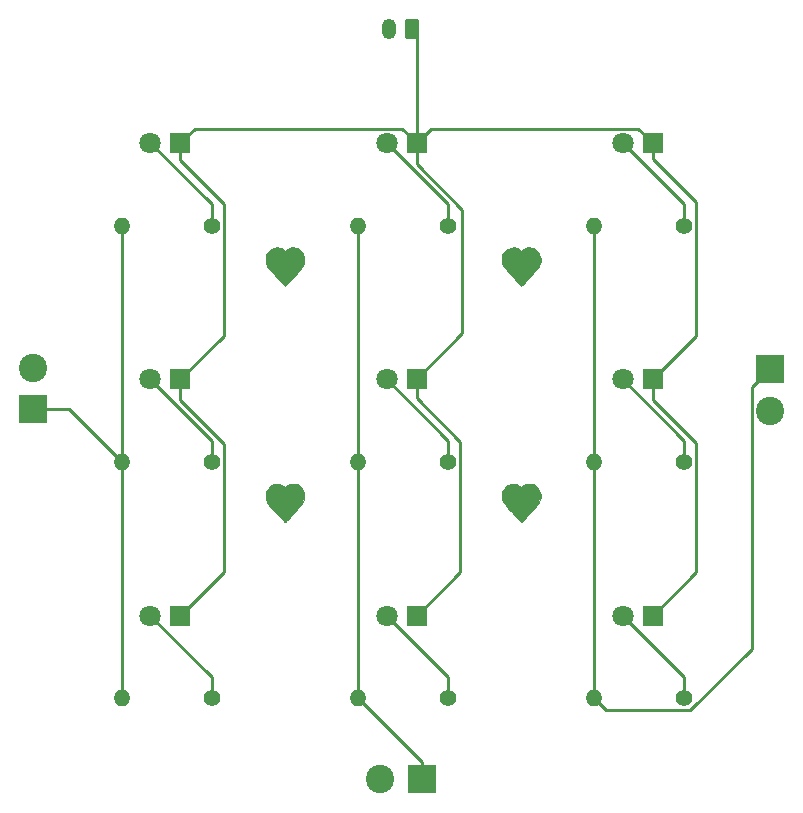
<source format=gtl>
%TF.GenerationSoftware,KiCad,Pcbnew,(5.99.0-9607-gdb88c0fa61)*%
%TF.CreationDate,2021-05-11T21:43:53-07:00*%
%TF.ProjectId,hugo_board,6875676f-5f62-46f6-9172-642e6b696361,rev?*%
%TF.SameCoordinates,Original*%
%TF.FileFunction,Copper,L1,Top*%
%TF.FilePolarity,Positive*%
%FSLAX46Y46*%
G04 Gerber Fmt 4.6, Leading zero omitted, Abs format (unit mm)*
G04 Created by KiCad (PCBNEW (5.99.0-9607-gdb88c0fa61)) date 2021-05-11 21:43:53*
%MOMM*%
%LPD*%
G01*
G04 APERTURE LIST*
G04 Aperture macros list*
%AMRoundRect*
0 Rectangle with rounded corners*
0 $1 Rounding radius*
0 $2 $3 $4 $5 $6 $7 $8 $9 X,Y pos of 4 corners*
0 Add a 4 corners polygon primitive as box body*
4,1,4,$2,$3,$4,$5,$6,$7,$8,$9,$2,$3,0*
0 Add four circle primitives for the rounded corners*
1,1,$1+$1,$2,$3*
1,1,$1+$1,$4,$5*
1,1,$1+$1,$6,$7*
1,1,$1+$1,$8,$9*
0 Add four rect primitives between the rounded corners*
20,1,$1+$1,$2,$3,$4,$5,0*
20,1,$1+$1,$4,$5,$6,$7,0*
20,1,$1+$1,$6,$7,$8,$9,0*
20,1,$1+$1,$8,$9,$2,$3,0*%
G04 Aperture macros list end*
%TA.AperFunction,EtchedComponent*%
%ADD10C,0.010000*%
%TD*%
%TA.AperFunction,ComponentPad*%
%ADD11R,1.800000X1.800000*%
%TD*%
%TA.AperFunction,ComponentPad*%
%ADD12C,1.800000*%
%TD*%
%TA.AperFunction,ComponentPad*%
%ADD13C,1.400000*%
%TD*%
%TA.AperFunction,ComponentPad*%
%ADD14O,1.400000X1.400000*%
%TD*%
%TA.AperFunction,ComponentPad*%
%ADD15R,2.400000X2.400000*%
%TD*%
%TA.AperFunction,ComponentPad*%
%ADD16C,2.400000*%
%TD*%
%TA.AperFunction,ComponentPad*%
%ADD17RoundRect,0.250000X0.350000X0.625000X-0.350000X0.625000X-0.350000X-0.625000X0.350000X-0.625000X0*%
%TD*%
%TA.AperFunction,ComponentPad*%
%ADD18O,1.200000X1.750000*%
%TD*%
%TA.AperFunction,Conductor*%
%ADD19C,0.250000*%
%TD*%
G04 APERTURE END LIST*
D10*
%TO.C,Ref\u002A\u002A*%
X162008147Y-93740510D02*
X162178178Y-93798847D01*
X162178178Y-93798847D02*
X162329499Y-93887063D01*
X162329499Y-93887063D02*
X162384814Y-93932195D01*
X162384814Y-93932195D02*
X162472232Y-94011172D01*
X162472232Y-94011172D02*
X162559650Y-93932195D01*
X162559650Y-93932195D02*
X162699995Y-93832347D01*
X162699995Y-93832347D02*
X162863470Y-93761126D01*
X162863470Y-93761126D02*
X163039522Y-93721519D01*
X163039522Y-93721519D02*
X163217597Y-93716513D01*
X163217597Y-93716513D02*
X163290285Y-93725418D01*
X163290285Y-93725418D02*
X163481957Y-93778565D01*
X163481957Y-93778565D02*
X163654066Y-93866671D01*
X163654066Y-93866671D02*
X163803634Y-93985744D01*
X163803634Y-93985744D02*
X163927680Y-94131791D01*
X163927680Y-94131791D02*
X164023225Y-94300822D01*
X164023225Y-94300822D02*
X164087289Y-94488843D01*
X164087289Y-94488843D02*
X164116891Y-94691864D01*
X164116891Y-94691864D02*
X164116129Y-94831746D01*
X164116129Y-94831746D02*
X164083987Y-95048959D01*
X164083987Y-95048959D02*
X164017306Y-95242946D01*
X164017306Y-95242946D02*
X163945495Y-95371496D01*
X163945495Y-95371496D02*
X163920750Y-95402991D01*
X163920750Y-95402991D02*
X163871741Y-95460586D01*
X163871741Y-95460586D02*
X163801778Y-95540647D01*
X163801778Y-95540647D02*
X163714170Y-95639538D01*
X163714170Y-95639538D02*
X163612229Y-95753626D01*
X163612229Y-95753626D02*
X163499263Y-95879276D01*
X163499263Y-95879276D02*
X163378582Y-96012851D01*
X163378582Y-96012851D02*
X163253497Y-96150719D01*
X163253497Y-96150719D02*
X163127317Y-96289244D01*
X163127317Y-96289244D02*
X163003353Y-96424791D01*
X163003353Y-96424791D02*
X162884914Y-96553726D01*
X162884914Y-96553726D02*
X162775310Y-96672414D01*
X162775310Y-96672414D02*
X162677852Y-96777219D01*
X162677852Y-96777219D02*
X162595848Y-96864508D01*
X162595848Y-96864508D02*
X162532609Y-96930646D01*
X162532609Y-96930646D02*
X162491445Y-96971997D01*
X162491445Y-96971997D02*
X162476224Y-96984963D01*
X162476224Y-96984963D02*
X162459475Y-96970791D01*
X162459475Y-96970791D02*
X162416982Y-96928304D01*
X162416982Y-96928304D02*
X162351533Y-96860462D01*
X162351533Y-96860462D02*
X162265918Y-96770223D01*
X162265918Y-96770223D02*
X162162925Y-96660545D01*
X162162925Y-96660545D02*
X162045344Y-96534387D01*
X162045344Y-96534387D02*
X161915964Y-96394707D01*
X161915964Y-96394707D02*
X161777572Y-96244464D01*
X161777572Y-96244464D02*
X161754937Y-96219814D01*
X161754937Y-96219814D02*
X161612910Y-96064454D01*
X161612910Y-96064454D02*
X161477975Y-95915658D01*
X161477975Y-95915658D02*
X161353199Y-95776889D01*
X161353199Y-95776889D02*
X161241650Y-95651616D01*
X161241650Y-95651616D02*
X161146395Y-95543302D01*
X161146395Y-95543302D02*
X161070502Y-95455415D01*
X161070502Y-95455415D02*
X161017036Y-95391421D01*
X161017036Y-95391421D02*
X160989067Y-95354785D01*
X160989067Y-95354785D02*
X160988181Y-95353395D01*
X160988181Y-95353395D02*
X160911729Y-95209018D01*
X160911729Y-95209018D02*
X160862785Y-95060842D01*
X160862785Y-95060842D02*
X160837954Y-94896054D01*
X160837954Y-94896054D02*
X160833110Y-94768246D01*
X160833110Y-94768246D02*
X160835065Y-94648528D01*
X160835065Y-94648528D02*
X160843106Y-94555957D01*
X160843106Y-94555957D02*
X160859192Y-94475549D01*
X160859192Y-94475549D02*
X160880468Y-94406115D01*
X160880468Y-94406115D02*
X160967087Y-94212864D01*
X160967087Y-94212864D02*
X161083332Y-94047107D01*
X161083332Y-94047107D02*
X161226229Y-93911460D01*
X161226229Y-93911460D02*
X161392801Y-93808540D01*
X161392801Y-93808540D02*
X161580075Y-93740966D01*
X161580075Y-93740966D02*
X161654179Y-93725418D01*
X161654179Y-93725418D02*
X161829963Y-93715038D01*
X161829963Y-93715038D02*
X162008147Y-93740510D01*
X162008147Y-93740510D02*
X162008147Y-93740510D01*
G36*
X162008147Y-93740510D02*
G01*
X162178178Y-93798847D01*
X162329499Y-93887063D01*
X162384814Y-93932195D01*
X162472232Y-94011172D01*
X162559650Y-93932195D01*
X162699995Y-93832347D01*
X162863470Y-93761126D01*
X163039522Y-93721519D01*
X163217597Y-93716513D01*
X163290285Y-93725418D01*
X163481957Y-93778565D01*
X163654066Y-93866671D01*
X163803634Y-93985744D01*
X163927680Y-94131791D01*
X164023225Y-94300822D01*
X164087289Y-94488843D01*
X164116891Y-94691864D01*
X164116129Y-94831746D01*
X164083987Y-95048959D01*
X164017306Y-95242946D01*
X163945495Y-95371496D01*
X163920750Y-95402991D01*
X163871741Y-95460586D01*
X163801778Y-95540647D01*
X163714170Y-95639538D01*
X163612229Y-95753626D01*
X163499263Y-95879276D01*
X163378582Y-96012851D01*
X163253497Y-96150719D01*
X163127317Y-96289244D01*
X163003353Y-96424791D01*
X162884914Y-96553726D01*
X162775310Y-96672414D01*
X162677852Y-96777219D01*
X162595848Y-96864508D01*
X162532609Y-96930646D01*
X162491445Y-96971997D01*
X162476224Y-96984963D01*
X162459475Y-96970791D01*
X162416982Y-96928304D01*
X162351533Y-96860462D01*
X162265918Y-96770223D01*
X162162925Y-96660545D01*
X162045344Y-96534387D01*
X161915964Y-96394707D01*
X161777572Y-96244464D01*
X161754937Y-96219814D01*
X161612910Y-96064454D01*
X161477975Y-95915658D01*
X161353199Y-95776889D01*
X161241650Y-95651616D01*
X161146395Y-95543302D01*
X161070502Y-95455415D01*
X161017036Y-95391421D01*
X160989067Y-95354785D01*
X160988181Y-95353395D01*
X160911729Y-95209018D01*
X160862785Y-95060842D01*
X160837954Y-94896054D01*
X160833110Y-94768246D01*
X160835065Y-94648528D01*
X160843106Y-94555957D01*
X160859192Y-94475549D01*
X160880468Y-94406115D01*
X160967087Y-94212864D01*
X161083332Y-94047107D01*
X161226229Y-93911460D01*
X161392801Y-93808540D01*
X161580075Y-93740966D01*
X161654179Y-93725418D01*
X161829963Y-93715038D01*
X162008147Y-93740510D01*
G37*
X162008147Y-93740510D02*
X162178178Y-93798847D01*
X162329499Y-93887063D01*
X162384814Y-93932195D01*
X162472232Y-94011172D01*
X162559650Y-93932195D01*
X162699995Y-93832347D01*
X162863470Y-93761126D01*
X163039522Y-93721519D01*
X163217597Y-93716513D01*
X163290285Y-93725418D01*
X163481957Y-93778565D01*
X163654066Y-93866671D01*
X163803634Y-93985744D01*
X163927680Y-94131791D01*
X164023225Y-94300822D01*
X164087289Y-94488843D01*
X164116891Y-94691864D01*
X164116129Y-94831746D01*
X164083987Y-95048959D01*
X164017306Y-95242946D01*
X163945495Y-95371496D01*
X163920750Y-95402991D01*
X163871741Y-95460586D01*
X163801778Y-95540647D01*
X163714170Y-95639538D01*
X163612229Y-95753626D01*
X163499263Y-95879276D01*
X163378582Y-96012851D01*
X163253497Y-96150719D01*
X163127317Y-96289244D01*
X163003353Y-96424791D01*
X162884914Y-96553726D01*
X162775310Y-96672414D01*
X162677852Y-96777219D01*
X162595848Y-96864508D01*
X162532609Y-96930646D01*
X162491445Y-96971997D01*
X162476224Y-96984963D01*
X162459475Y-96970791D01*
X162416982Y-96928304D01*
X162351533Y-96860462D01*
X162265918Y-96770223D01*
X162162925Y-96660545D01*
X162045344Y-96534387D01*
X161915964Y-96394707D01*
X161777572Y-96244464D01*
X161754937Y-96219814D01*
X161612910Y-96064454D01*
X161477975Y-95915658D01*
X161353199Y-95776889D01*
X161241650Y-95651616D01*
X161146395Y-95543302D01*
X161070502Y-95455415D01*
X161017036Y-95391421D01*
X160989067Y-95354785D01*
X160988181Y-95353395D01*
X160911729Y-95209018D01*
X160862785Y-95060842D01*
X160837954Y-94896054D01*
X160833110Y-94768246D01*
X160835065Y-94648528D01*
X160843106Y-94555957D01*
X160859192Y-94475549D01*
X160880468Y-94406115D01*
X160967087Y-94212864D01*
X161083332Y-94047107D01*
X161226229Y-93911460D01*
X161392801Y-93808540D01*
X161580075Y-93740966D01*
X161654179Y-93725418D01*
X161829963Y-93715038D01*
X162008147Y-93740510D01*
X142008147Y-93740510D02*
X142178178Y-93798847D01*
X142178178Y-93798847D02*
X142329499Y-93887063D01*
X142329499Y-93887063D02*
X142384814Y-93932195D01*
X142384814Y-93932195D02*
X142472232Y-94011172D01*
X142472232Y-94011172D02*
X142559650Y-93932195D01*
X142559650Y-93932195D02*
X142699995Y-93832347D01*
X142699995Y-93832347D02*
X142863470Y-93761126D01*
X142863470Y-93761126D02*
X143039522Y-93721519D01*
X143039522Y-93721519D02*
X143217597Y-93716513D01*
X143217597Y-93716513D02*
X143290285Y-93725418D01*
X143290285Y-93725418D02*
X143481957Y-93778565D01*
X143481957Y-93778565D02*
X143654066Y-93866671D01*
X143654066Y-93866671D02*
X143803634Y-93985744D01*
X143803634Y-93985744D02*
X143927680Y-94131791D01*
X143927680Y-94131791D02*
X144023225Y-94300822D01*
X144023225Y-94300822D02*
X144087289Y-94488843D01*
X144087289Y-94488843D02*
X144116891Y-94691864D01*
X144116891Y-94691864D02*
X144116129Y-94831746D01*
X144116129Y-94831746D02*
X144083987Y-95048959D01*
X144083987Y-95048959D02*
X144017306Y-95242946D01*
X144017306Y-95242946D02*
X143945495Y-95371496D01*
X143945495Y-95371496D02*
X143920750Y-95402991D01*
X143920750Y-95402991D02*
X143871741Y-95460586D01*
X143871741Y-95460586D02*
X143801778Y-95540647D01*
X143801778Y-95540647D02*
X143714170Y-95639538D01*
X143714170Y-95639538D02*
X143612229Y-95753626D01*
X143612229Y-95753626D02*
X143499263Y-95879276D01*
X143499263Y-95879276D02*
X143378582Y-96012851D01*
X143378582Y-96012851D02*
X143253497Y-96150719D01*
X143253497Y-96150719D02*
X143127317Y-96289244D01*
X143127317Y-96289244D02*
X143003353Y-96424791D01*
X143003353Y-96424791D02*
X142884914Y-96553726D01*
X142884914Y-96553726D02*
X142775310Y-96672414D01*
X142775310Y-96672414D02*
X142677852Y-96777219D01*
X142677852Y-96777219D02*
X142595848Y-96864508D01*
X142595848Y-96864508D02*
X142532609Y-96930646D01*
X142532609Y-96930646D02*
X142491445Y-96971997D01*
X142491445Y-96971997D02*
X142476224Y-96984963D01*
X142476224Y-96984963D02*
X142459475Y-96970791D01*
X142459475Y-96970791D02*
X142416982Y-96928304D01*
X142416982Y-96928304D02*
X142351533Y-96860462D01*
X142351533Y-96860462D02*
X142265918Y-96770223D01*
X142265918Y-96770223D02*
X142162925Y-96660545D01*
X142162925Y-96660545D02*
X142045344Y-96534387D01*
X142045344Y-96534387D02*
X141915964Y-96394707D01*
X141915964Y-96394707D02*
X141777572Y-96244464D01*
X141777572Y-96244464D02*
X141754937Y-96219814D01*
X141754937Y-96219814D02*
X141612910Y-96064454D01*
X141612910Y-96064454D02*
X141477975Y-95915658D01*
X141477975Y-95915658D02*
X141353199Y-95776889D01*
X141353199Y-95776889D02*
X141241650Y-95651616D01*
X141241650Y-95651616D02*
X141146395Y-95543302D01*
X141146395Y-95543302D02*
X141070502Y-95455415D01*
X141070502Y-95455415D02*
X141017036Y-95391421D01*
X141017036Y-95391421D02*
X140989067Y-95354785D01*
X140989067Y-95354785D02*
X140988181Y-95353395D01*
X140988181Y-95353395D02*
X140911729Y-95209018D01*
X140911729Y-95209018D02*
X140862785Y-95060842D01*
X140862785Y-95060842D02*
X140837954Y-94896054D01*
X140837954Y-94896054D02*
X140833110Y-94768246D01*
X140833110Y-94768246D02*
X140835065Y-94648528D01*
X140835065Y-94648528D02*
X140843106Y-94555957D01*
X140843106Y-94555957D02*
X140859192Y-94475549D01*
X140859192Y-94475549D02*
X140880468Y-94406115D01*
X140880468Y-94406115D02*
X140967087Y-94212864D01*
X140967087Y-94212864D02*
X141083332Y-94047107D01*
X141083332Y-94047107D02*
X141226229Y-93911460D01*
X141226229Y-93911460D02*
X141392801Y-93808540D01*
X141392801Y-93808540D02*
X141580075Y-93740966D01*
X141580075Y-93740966D02*
X141654179Y-93725418D01*
X141654179Y-93725418D02*
X141829963Y-93715038D01*
X141829963Y-93715038D02*
X142008147Y-93740510D01*
X142008147Y-93740510D02*
X142008147Y-93740510D01*
G36*
X142008147Y-93740510D02*
G01*
X142178178Y-93798847D01*
X142329499Y-93887063D01*
X142384814Y-93932195D01*
X142472232Y-94011172D01*
X142559650Y-93932195D01*
X142699995Y-93832347D01*
X142863470Y-93761126D01*
X143039522Y-93721519D01*
X143217597Y-93716513D01*
X143290285Y-93725418D01*
X143481957Y-93778565D01*
X143654066Y-93866671D01*
X143803634Y-93985744D01*
X143927680Y-94131791D01*
X144023225Y-94300822D01*
X144087289Y-94488843D01*
X144116891Y-94691864D01*
X144116129Y-94831746D01*
X144083987Y-95048959D01*
X144017306Y-95242946D01*
X143945495Y-95371496D01*
X143920750Y-95402991D01*
X143871741Y-95460586D01*
X143801778Y-95540647D01*
X143714170Y-95639538D01*
X143612229Y-95753626D01*
X143499263Y-95879276D01*
X143378582Y-96012851D01*
X143253497Y-96150719D01*
X143127317Y-96289244D01*
X143003353Y-96424791D01*
X142884914Y-96553726D01*
X142775310Y-96672414D01*
X142677852Y-96777219D01*
X142595848Y-96864508D01*
X142532609Y-96930646D01*
X142491445Y-96971997D01*
X142476224Y-96984963D01*
X142459475Y-96970791D01*
X142416982Y-96928304D01*
X142351533Y-96860462D01*
X142265918Y-96770223D01*
X142162925Y-96660545D01*
X142045344Y-96534387D01*
X141915964Y-96394707D01*
X141777572Y-96244464D01*
X141754937Y-96219814D01*
X141612910Y-96064454D01*
X141477975Y-95915658D01*
X141353199Y-95776889D01*
X141241650Y-95651616D01*
X141146395Y-95543302D01*
X141070502Y-95455415D01*
X141017036Y-95391421D01*
X140989067Y-95354785D01*
X140988181Y-95353395D01*
X140911729Y-95209018D01*
X140862785Y-95060842D01*
X140837954Y-94896054D01*
X140833110Y-94768246D01*
X140835065Y-94648528D01*
X140843106Y-94555957D01*
X140859192Y-94475549D01*
X140880468Y-94406115D01*
X140967087Y-94212864D01*
X141083332Y-94047107D01*
X141226229Y-93911460D01*
X141392801Y-93808540D01*
X141580075Y-93740966D01*
X141654179Y-93725418D01*
X141829963Y-93715038D01*
X142008147Y-93740510D01*
G37*
X142008147Y-93740510D02*
X142178178Y-93798847D01*
X142329499Y-93887063D01*
X142384814Y-93932195D01*
X142472232Y-94011172D01*
X142559650Y-93932195D01*
X142699995Y-93832347D01*
X142863470Y-93761126D01*
X143039522Y-93721519D01*
X143217597Y-93716513D01*
X143290285Y-93725418D01*
X143481957Y-93778565D01*
X143654066Y-93866671D01*
X143803634Y-93985744D01*
X143927680Y-94131791D01*
X144023225Y-94300822D01*
X144087289Y-94488843D01*
X144116891Y-94691864D01*
X144116129Y-94831746D01*
X144083987Y-95048959D01*
X144017306Y-95242946D01*
X143945495Y-95371496D01*
X143920750Y-95402991D01*
X143871741Y-95460586D01*
X143801778Y-95540647D01*
X143714170Y-95639538D01*
X143612229Y-95753626D01*
X143499263Y-95879276D01*
X143378582Y-96012851D01*
X143253497Y-96150719D01*
X143127317Y-96289244D01*
X143003353Y-96424791D01*
X142884914Y-96553726D01*
X142775310Y-96672414D01*
X142677852Y-96777219D01*
X142595848Y-96864508D01*
X142532609Y-96930646D01*
X142491445Y-96971997D01*
X142476224Y-96984963D01*
X142459475Y-96970791D01*
X142416982Y-96928304D01*
X142351533Y-96860462D01*
X142265918Y-96770223D01*
X142162925Y-96660545D01*
X142045344Y-96534387D01*
X141915964Y-96394707D01*
X141777572Y-96244464D01*
X141754937Y-96219814D01*
X141612910Y-96064454D01*
X141477975Y-95915658D01*
X141353199Y-95776889D01*
X141241650Y-95651616D01*
X141146395Y-95543302D01*
X141070502Y-95455415D01*
X141017036Y-95391421D01*
X140989067Y-95354785D01*
X140988181Y-95353395D01*
X140911729Y-95209018D01*
X140862785Y-95060842D01*
X140837954Y-94896054D01*
X140833110Y-94768246D01*
X140835065Y-94648528D01*
X140843106Y-94555957D01*
X140859192Y-94475549D01*
X140880468Y-94406115D01*
X140967087Y-94212864D01*
X141083332Y-94047107D01*
X141226229Y-93911460D01*
X141392801Y-93808540D01*
X141580075Y-93740966D01*
X141654179Y-93725418D01*
X141829963Y-93715038D01*
X142008147Y-93740510D01*
X162008147Y-73740510D02*
X162178178Y-73798847D01*
X162178178Y-73798847D02*
X162329499Y-73887063D01*
X162329499Y-73887063D02*
X162384814Y-73932195D01*
X162384814Y-73932195D02*
X162472232Y-74011172D01*
X162472232Y-74011172D02*
X162559650Y-73932195D01*
X162559650Y-73932195D02*
X162699995Y-73832347D01*
X162699995Y-73832347D02*
X162863470Y-73761126D01*
X162863470Y-73761126D02*
X163039522Y-73721519D01*
X163039522Y-73721519D02*
X163217597Y-73716513D01*
X163217597Y-73716513D02*
X163290285Y-73725418D01*
X163290285Y-73725418D02*
X163481957Y-73778565D01*
X163481957Y-73778565D02*
X163654066Y-73866671D01*
X163654066Y-73866671D02*
X163803634Y-73985744D01*
X163803634Y-73985744D02*
X163927680Y-74131791D01*
X163927680Y-74131791D02*
X164023225Y-74300822D01*
X164023225Y-74300822D02*
X164087289Y-74488843D01*
X164087289Y-74488843D02*
X164116891Y-74691864D01*
X164116891Y-74691864D02*
X164116129Y-74831746D01*
X164116129Y-74831746D02*
X164083987Y-75048959D01*
X164083987Y-75048959D02*
X164017306Y-75242946D01*
X164017306Y-75242946D02*
X163945495Y-75371496D01*
X163945495Y-75371496D02*
X163920750Y-75402991D01*
X163920750Y-75402991D02*
X163871741Y-75460586D01*
X163871741Y-75460586D02*
X163801778Y-75540647D01*
X163801778Y-75540647D02*
X163714170Y-75639538D01*
X163714170Y-75639538D02*
X163612229Y-75753626D01*
X163612229Y-75753626D02*
X163499263Y-75879276D01*
X163499263Y-75879276D02*
X163378582Y-76012851D01*
X163378582Y-76012851D02*
X163253497Y-76150719D01*
X163253497Y-76150719D02*
X163127317Y-76289244D01*
X163127317Y-76289244D02*
X163003353Y-76424791D01*
X163003353Y-76424791D02*
X162884914Y-76553726D01*
X162884914Y-76553726D02*
X162775310Y-76672414D01*
X162775310Y-76672414D02*
X162677852Y-76777219D01*
X162677852Y-76777219D02*
X162595848Y-76864508D01*
X162595848Y-76864508D02*
X162532609Y-76930646D01*
X162532609Y-76930646D02*
X162491445Y-76971997D01*
X162491445Y-76971997D02*
X162476224Y-76984963D01*
X162476224Y-76984963D02*
X162459475Y-76970791D01*
X162459475Y-76970791D02*
X162416982Y-76928304D01*
X162416982Y-76928304D02*
X162351533Y-76860462D01*
X162351533Y-76860462D02*
X162265918Y-76770223D01*
X162265918Y-76770223D02*
X162162925Y-76660545D01*
X162162925Y-76660545D02*
X162045344Y-76534387D01*
X162045344Y-76534387D02*
X161915964Y-76394707D01*
X161915964Y-76394707D02*
X161777572Y-76244464D01*
X161777572Y-76244464D02*
X161754937Y-76219814D01*
X161754937Y-76219814D02*
X161612910Y-76064454D01*
X161612910Y-76064454D02*
X161477975Y-75915658D01*
X161477975Y-75915658D02*
X161353199Y-75776889D01*
X161353199Y-75776889D02*
X161241650Y-75651616D01*
X161241650Y-75651616D02*
X161146395Y-75543302D01*
X161146395Y-75543302D02*
X161070502Y-75455415D01*
X161070502Y-75455415D02*
X161017036Y-75391421D01*
X161017036Y-75391421D02*
X160989067Y-75354785D01*
X160989067Y-75354785D02*
X160988181Y-75353395D01*
X160988181Y-75353395D02*
X160911729Y-75209018D01*
X160911729Y-75209018D02*
X160862785Y-75060842D01*
X160862785Y-75060842D02*
X160837954Y-74896054D01*
X160837954Y-74896054D02*
X160833110Y-74768246D01*
X160833110Y-74768246D02*
X160835065Y-74648528D01*
X160835065Y-74648528D02*
X160843106Y-74555957D01*
X160843106Y-74555957D02*
X160859192Y-74475549D01*
X160859192Y-74475549D02*
X160880468Y-74406115D01*
X160880468Y-74406115D02*
X160967087Y-74212864D01*
X160967087Y-74212864D02*
X161083332Y-74047107D01*
X161083332Y-74047107D02*
X161226229Y-73911460D01*
X161226229Y-73911460D02*
X161392801Y-73808540D01*
X161392801Y-73808540D02*
X161580075Y-73740966D01*
X161580075Y-73740966D02*
X161654179Y-73725418D01*
X161654179Y-73725418D02*
X161829963Y-73715038D01*
X161829963Y-73715038D02*
X162008147Y-73740510D01*
X162008147Y-73740510D02*
X162008147Y-73740510D01*
G36*
X162008147Y-73740510D02*
G01*
X162178178Y-73798847D01*
X162329499Y-73887063D01*
X162384814Y-73932195D01*
X162472232Y-74011172D01*
X162559650Y-73932195D01*
X162699995Y-73832347D01*
X162863470Y-73761126D01*
X163039522Y-73721519D01*
X163217597Y-73716513D01*
X163290285Y-73725418D01*
X163481957Y-73778565D01*
X163654066Y-73866671D01*
X163803634Y-73985744D01*
X163927680Y-74131791D01*
X164023225Y-74300822D01*
X164087289Y-74488843D01*
X164116891Y-74691864D01*
X164116129Y-74831746D01*
X164083987Y-75048959D01*
X164017306Y-75242946D01*
X163945495Y-75371496D01*
X163920750Y-75402991D01*
X163871741Y-75460586D01*
X163801778Y-75540647D01*
X163714170Y-75639538D01*
X163612229Y-75753626D01*
X163499263Y-75879276D01*
X163378582Y-76012851D01*
X163253497Y-76150719D01*
X163127317Y-76289244D01*
X163003353Y-76424791D01*
X162884914Y-76553726D01*
X162775310Y-76672414D01*
X162677852Y-76777219D01*
X162595848Y-76864508D01*
X162532609Y-76930646D01*
X162491445Y-76971997D01*
X162476224Y-76984963D01*
X162459475Y-76970791D01*
X162416982Y-76928304D01*
X162351533Y-76860462D01*
X162265918Y-76770223D01*
X162162925Y-76660545D01*
X162045344Y-76534387D01*
X161915964Y-76394707D01*
X161777572Y-76244464D01*
X161754937Y-76219814D01*
X161612910Y-76064454D01*
X161477975Y-75915658D01*
X161353199Y-75776889D01*
X161241650Y-75651616D01*
X161146395Y-75543302D01*
X161070502Y-75455415D01*
X161017036Y-75391421D01*
X160989067Y-75354785D01*
X160988181Y-75353395D01*
X160911729Y-75209018D01*
X160862785Y-75060842D01*
X160837954Y-74896054D01*
X160833110Y-74768246D01*
X160835065Y-74648528D01*
X160843106Y-74555957D01*
X160859192Y-74475549D01*
X160880468Y-74406115D01*
X160967087Y-74212864D01*
X161083332Y-74047107D01*
X161226229Y-73911460D01*
X161392801Y-73808540D01*
X161580075Y-73740966D01*
X161654179Y-73725418D01*
X161829963Y-73715038D01*
X162008147Y-73740510D01*
G37*
X162008147Y-73740510D02*
X162178178Y-73798847D01*
X162329499Y-73887063D01*
X162384814Y-73932195D01*
X162472232Y-74011172D01*
X162559650Y-73932195D01*
X162699995Y-73832347D01*
X162863470Y-73761126D01*
X163039522Y-73721519D01*
X163217597Y-73716513D01*
X163290285Y-73725418D01*
X163481957Y-73778565D01*
X163654066Y-73866671D01*
X163803634Y-73985744D01*
X163927680Y-74131791D01*
X164023225Y-74300822D01*
X164087289Y-74488843D01*
X164116891Y-74691864D01*
X164116129Y-74831746D01*
X164083987Y-75048959D01*
X164017306Y-75242946D01*
X163945495Y-75371496D01*
X163920750Y-75402991D01*
X163871741Y-75460586D01*
X163801778Y-75540647D01*
X163714170Y-75639538D01*
X163612229Y-75753626D01*
X163499263Y-75879276D01*
X163378582Y-76012851D01*
X163253497Y-76150719D01*
X163127317Y-76289244D01*
X163003353Y-76424791D01*
X162884914Y-76553726D01*
X162775310Y-76672414D01*
X162677852Y-76777219D01*
X162595848Y-76864508D01*
X162532609Y-76930646D01*
X162491445Y-76971997D01*
X162476224Y-76984963D01*
X162459475Y-76970791D01*
X162416982Y-76928304D01*
X162351533Y-76860462D01*
X162265918Y-76770223D01*
X162162925Y-76660545D01*
X162045344Y-76534387D01*
X161915964Y-76394707D01*
X161777572Y-76244464D01*
X161754937Y-76219814D01*
X161612910Y-76064454D01*
X161477975Y-75915658D01*
X161353199Y-75776889D01*
X161241650Y-75651616D01*
X161146395Y-75543302D01*
X161070502Y-75455415D01*
X161017036Y-75391421D01*
X160989067Y-75354785D01*
X160988181Y-75353395D01*
X160911729Y-75209018D01*
X160862785Y-75060842D01*
X160837954Y-74896054D01*
X160833110Y-74768246D01*
X160835065Y-74648528D01*
X160843106Y-74555957D01*
X160859192Y-74475549D01*
X160880468Y-74406115D01*
X160967087Y-74212864D01*
X161083332Y-74047107D01*
X161226229Y-73911460D01*
X161392801Y-73808540D01*
X161580075Y-73740966D01*
X161654179Y-73725418D01*
X161829963Y-73715038D01*
X162008147Y-73740510D01*
X142008147Y-73740510D02*
X142178178Y-73798847D01*
X142178178Y-73798847D02*
X142329499Y-73887063D01*
X142329499Y-73887063D02*
X142384814Y-73932195D01*
X142384814Y-73932195D02*
X142472232Y-74011172D01*
X142472232Y-74011172D02*
X142559650Y-73932195D01*
X142559650Y-73932195D02*
X142699995Y-73832347D01*
X142699995Y-73832347D02*
X142863470Y-73761126D01*
X142863470Y-73761126D02*
X143039522Y-73721519D01*
X143039522Y-73721519D02*
X143217597Y-73716513D01*
X143217597Y-73716513D02*
X143290285Y-73725418D01*
X143290285Y-73725418D02*
X143481957Y-73778565D01*
X143481957Y-73778565D02*
X143654066Y-73866671D01*
X143654066Y-73866671D02*
X143803634Y-73985744D01*
X143803634Y-73985744D02*
X143927680Y-74131791D01*
X143927680Y-74131791D02*
X144023225Y-74300822D01*
X144023225Y-74300822D02*
X144087289Y-74488843D01*
X144087289Y-74488843D02*
X144116891Y-74691864D01*
X144116891Y-74691864D02*
X144116129Y-74831746D01*
X144116129Y-74831746D02*
X144083987Y-75048959D01*
X144083987Y-75048959D02*
X144017306Y-75242946D01*
X144017306Y-75242946D02*
X143945495Y-75371496D01*
X143945495Y-75371496D02*
X143920750Y-75402991D01*
X143920750Y-75402991D02*
X143871741Y-75460586D01*
X143871741Y-75460586D02*
X143801778Y-75540647D01*
X143801778Y-75540647D02*
X143714170Y-75639538D01*
X143714170Y-75639538D02*
X143612229Y-75753626D01*
X143612229Y-75753626D02*
X143499263Y-75879276D01*
X143499263Y-75879276D02*
X143378582Y-76012851D01*
X143378582Y-76012851D02*
X143253497Y-76150719D01*
X143253497Y-76150719D02*
X143127317Y-76289244D01*
X143127317Y-76289244D02*
X143003353Y-76424791D01*
X143003353Y-76424791D02*
X142884914Y-76553726D01*
X142884914Y-76553726D02*
X142775310Y-76672414D01*
X142775310Y-76672414D02*
X142677852Y-76777219D01*
X142677852Y-76777219D02*
X142595848Y-76864508D01*
X142595848Y-76864508D02*
X142532609Y-76930646D01*
X142532609Y-76930646D02*
X142491445Y-76971997D01*
X142491445Y-76971997D02*
X142476224Y-76984963D01*
X142476224Y-76984963D02*
X142459475Y-76970791D01*
X142459475Y-76970791D02*
X142416982Y-76928304D01*
X142416982Y-76928304D02*
X142351533Y-76860462D01*
X142351533Y-76860462D02*
X142265918Y-76770223D01*
X142265918Y-76770223D02*
X142162925Y-76660545D01*
X142162925Y-76660545D02*
X142045344Y-76534387D01*
X142045344Y-76534387D02*
X141915964Y-76394707D01*
X141915964Y-76394707D02*
X141777572Y-76244464D01*
X141777572Y-76244464D02*
X141754937Y-76219814D01*
X141754937Y-76219814D02*
X141612910Y-76064454D01*
X141612910Y-76064454D02*
X141477975Y-75915658D01*
X141477975Y-75915658D02*
X141353199Y-75776889D01*
X141353199Y-75776889D02*
X141241650Y-75651616D01*
X141241650Y-75651616D02*
X141146395Y-75543302D01*
X141146395Y-75543302D02*
X141070502Y-75455415D01*
X141070502Y-75455415D02*
X141017036Y-75391421D01*
X141017036Y-75391421D02*
X140989067Y-75354785D01*
X140989067Y-75354785D02*
X140988181Y-75353395D01*
X140988181Y-75353395D02*
X140911729Y-75209018D01*
X140911729Y-75209018D02*
X140862785Y-75060842D01*
X140862785Y-75060842D02*
X140837954Y-74896054D01*
X140837954Y-74896054D02*
X140833110Y-74768246D01*
X140833110Y-74768246D02*
X140835065Y-74648528D01*
X140835065Y-74648528D02*
X140843106Y-74555957D01*
X140843106Y-74555957D02*
X140859192Y-74475549D01*
X140859192Y-74475549D02*
X140880468Y-74406115D01*
X140880468Y-74406115D02*
X140967087Y-74212864D01*
X140967087Y-74212864D02*
X141083332Y-74047107D01*
X141083332Y-74047107D02*
X141226229Y-73911460D01*
X141226229Y-73911460D02*
X141392801Y-73808540D01*
X141392801Y-73808540D02*
X141580075Y-73740966D01*
X141580075Y-73740966D02*
X141654179Y-73725418D01*
X141654179Y-73725418D02*
X141829963Y-73715038D01*
X141829963Y-73715038D02*
X142008147Y-73740510D01*
X142008147Y-73740510D02*
X142008147Y-73740510D01*
G36*
X142008147Y-73740510D02*
G01*
X142178178Y-73798847D01*
X142329499Y-73887063D01*
X142384814Y-73932195D01*
X142472232Y-74011172D01*
X142559650Y-73932195D01*
X142699995Y-73832347D01*
X142863470Y-73761126D01*
X143039522Y-73721519D01*
X143217597Y-73716513D01*
X143290285Y-73725418D01*
X143481957Y-73778565D01*
X143654066Y-73866671D01*
X143803634Y-73985744D01*
X143927680Y-74131791D01*
X144023225Y-74300822D01*
X144087289Y-74488843D01*
X144116891Y-74691864D01*
X144116129Y-74831746D01*
X144083987Y-75048959D01*
X144017306Y-75242946D01*
X143945495Y-75371496D01*
X143920750Y-75402991D01*
X143871741Y-75460586D01*
X143801778Y-75540647D01*
X143714170Y-75639538D01*
X143612229Y-75753626D01*
X143499263Y-75879276D01*
X143378582Y-76012851D01*
X143253497Y-76150719D01*
X143127317Y-76289244D01*
X143003353Y-76424791D01*
X142884914Y-76553726D01*
X142775310Y-76672414D01*
X142677852Y-76777219D01*
X142595848Y-76864508D01*
X142532609Y-76930646D01*
X142491445Y-76971997D01*
X142476224Y-76984963D01*
X142459475Y-76970791D01*
X142416982Y-76928304D01*
X142351533Y-76860462D01*
X142265918Y-76770223D01*
X142162925Y-76660545D01*
X142045344Y-76534387D01*
X141915964Y-76394707D01*
X141777572Y-76244464D01*
X141754937Y-76219814D01*
X141612910Y-76064454D01*
X141477975Y-75915658D01*
X141353199Y-75776889D01*
X141241650Y-75651616D01*
X141146395Y-75543302D01*
X141070502Y-75455415D01*
X141017036Y-75391421D01*
X140989067Y-75354785D01*
X140988181Y-75353395D01*
X140911729Y-75209018D01*
X140862785Y-75060842D01*
X140837954Y-74896054D01*
X140833110Y-74768246D01*
X140835065Y-74648528D01*
X140843106Y-74555957D01*
X140859192Y-74475549D01*
X140880468Y-74406115D01*
X140967087Y-74212864D01*
X141083332Y-74047107D01*
X141226229Y-73911460D01*
X141392801Y-73808540D01*
X141580075Y-73740966D01*
X141654179Y-73725418D01*
X141829963Y-73715038D01*
X142008147Y-73740510D01*
G37*
X142008147Y-73740510D02*
X142178178Y-73798847D01*
X142329499Y-73887063D01*
X142384814Y-73932195D01*
X142472232Y-74011172D01*
X142559650Y-73932195D01*
X142699995Y-73832347D01*
X142863470Y-73761126D01*
X143039522Y-73721519D01*
X143217597Y-73716513D01*
X143290285Y-73725418D01*
X143481957Y-73778565D01*
X143654066Y-73866671D01*
X143803634Y-73985744D01*
X143927680Y-74131791D01*
X144023225Y-74300822D01*
X144087289Y-74488843D01*
X144116891Y-74691864D01*
X144116129Y-74831746D01*
X144083987Y-75048959D01*
X144017306Y-75242946D01*
X143945495Y-75371496D01*
X143920750Y-75402991D01*
X143871741Y-75460586D01*
X143801778Y-75540647D01*
X143714170Y-75639538D01*
X143612229Y-75753626D01*
X143499263Y-75879276D01*
X143378582Y-76012851D01*
X143253497Y-76150719D01*
X143127317Y-76289244D01*
X143003353Y-76424791D01*
X142884914Y-76553726D01*
X142775310Y-76672414D01*
X142677852Y-76777219D01*
X142595848Y-76864508D01*
X142532609Y-76930646D01*
X142491445Y-76971997D01*
X142476224Y-76984963D01*
X142459475Y-76970791D01*
X142416982Y-76928304D01*
X142351533Y-76860462D01*
X142265918Y-76770223D01*
X142162925Y-76660545D01*
X142045344Y-76534387D01*
X141915964Y-76394707D01*
X141777572Y-76244464D01*
X141754937Y-76219814D01*
X141612910Y-76064454D01*
X141477975Y-75915658D01*
X141353199Y-75776889D01*
X141241650Y-75651616D01*
X141146395Y-75543302D01*
X141070502Y-75455415D01*
X141017036Y-75391421D01*
X140989067Y-75354785D01*
X140988181Y-75353395D01*
X140911729Y-75209018D01*
X140862785Y-75060842D01*
X140837954Y-74896054D01*
X140833110Y-74768246D01*
X140835065Y-74648528D01*
X140843106Y-74555957D01*
X140859192Y-74475549D01*
X140880468Y-74406115D01*
X140967087Y-74212864D01*
X141083332Y-74047107D01*
X141226229Y-73911460D01*
X141392801Y-73808540D01*
X141580075Y-73740966D01*
X141654179Y-73725418D01*
X141829963Y-73715038D01*
X142008147Y-73740510D01*
%TD*%
D11*
%TO.P,GREEN1,1,K*%
%TO.N,+BATT*%
X153610000Y-64887500D03*
D12*
%TO.P,GREEN1,2,A*%
%TO.N,Net-(GREEN1-Pad2)*%
X151070000Y-64887500D03*
%TD*%
D13*
%TO.P,R7,1*%
%TO.N,Net-(GREEN1-Pad2)*%
X156260000Y-71887500D03*
D14*
%TO.P,R7,2*%
%TO.N,Net-(R7-Pad2)*%
X148640000Y-71887500D03*
%TD*%
D15*
%TO.P,SW1,1,1*%
%TO.N,Net-(R1-Pad2)*%
X121165000Y-87418750D03*
D16*
%TO.P,SW1,2,2*%
%TO.N,GND*%
X121165000Y-83918750D03*
%TD*%
D13*
%TO.P,R4,1*%
%TO.N,Net-(R4-Pad1)*%
X176260000Y-71887500D03*
D14*
%TO.P,R4,2*%
%TO.N,Net-(R4-Pad2)*%
X168640000Y-71887500D03*
%TD*%
D13*
%TO.P,R5,1*%
%TO.N,Net-(R5-Pad1)*%
X176260000Y-91887500D03*
D14*
%TO.P,R5,2*%
%TO.N,Net-(R4-Pad2)*%
X168640000Y-91887500D03*
%TD*%
D15*
%TO.P,SW2,1,1*%
%TO.N,Net-(R4-Pad2)*%
X183505000Y-84050000D03*
D16*
%TO.P,SW2,2,2*%
%TO.N,GND*%
X183505000Y-87550000D03*
%TD*%
D13*
%TO.P,R1,1*%
%TO.N,Net-(BLUE1-Pad2)*%
X136260000Y-71887500D03*
D14*
%TO.P,R1,2*%
%TO.N,Net-(R1-Pad2)*%
X128640000Y-71887500D03*
%TD*%
D11*
%TO.P,BLUE2,1,K*%
%TO.N,+BATT*%
X133610000Y-84887500D03*
D12*
%TO.P,BLUE2,2,A*%
%TO.N,Net-(BLUE2-Pad2)*%
X131070000Y-84887500D03*
%TD*%
D11*
%TO.P,BLUE3,1,K*%
%TO.N,+BATT*%
X133610000Y-104887500D03*
D12*
%TO.P,BLUE3,2,A*%
%TO.N,Net-(BLUE3-Pad2)*%
X131070000Y-104887500D03*
%TD*%
D13*
%TO.P,R9,1*%
%TO.N,Net-(GREEN3-Pad2)*%
X156260000Y-111887500D03*
D14*
%TO.P,R9,2*%
%TO.N,Net-(R7-Pad2)*%
X148640000Y-111887500D03*
%TD*%
D11*
%TO.P,RED2,1,K*%
%TO.N,+BATT*%
X173610000Y-84887500D03*
D12*
%TO.P,RED2,2,A*%
%TO.N,Net-(R5-Pad1)*%
X171070000Y-84887500D03*
%TD*%
D13*
%TO.P,R8,1*%
%TO.N,Net-(GREEN2-Pad2)*%
X156260000Y-91887500D03*
D14*
%TO.P,R8,2*%
%TO.N,Net-(R7-Pad2)*%
X148640000Y-91887500D03*
%TD*%
D11*
%TO.P,GREEN2,1,K*%
%TO.N,+BATT*%
X153610000Y-84887500D03*
D12*
%TO.P,GREEN2,2,A*%
%TO.N,Net-(GREEN2-Pad2)*%
X151070000Y-84887500D03*
%TD*%
D11*
%TO.P,GREEN3,1,K*%
%TO.N,+BATT*%
X153610000Y-104887500D03*
D12*
%TO.P,GREEN3,2,A*%
%TO.N,Net-(GREEN3-Pad2)*%
X151070000Y-104887500D03*
%TD*%
D17*
%TO.P,J1,1,Pin_1*%
%TO.N,+BATT*%
X153270000Y-55230000D03*
D18*
%TO.P,J1,2,Pin_2*%
%TO.N,GND*%
X151270000Y-55230000D03*
%TD*%
D11*
%TO.P,BLUE1,1,K*%
%TO.N,+BATT*%
X133610000Y-64887500D03*
D12*
%TO.P,BLUE1,2,A*%
%TO.N,Net-(BLUE1-Pad2)*%
X131070000Y-64887500D03*
%TD*%
D11*
%TO.P,RED3,1,K*%
%TO.N,+BATT*%
X173610000Y-104887500D03*
D12*
%TO.P,RED3,2,A*%
%TO.N,Net-(R6-Pad1)*%
X171070000Y-104887500D03*
%TD*%
D13*
%TO.P,R2,1*%
%TO.N,Net-(BLUE2-Pad2)*%
X136260000Y-91887500D03*
D14*
%TO.P,R2,2*%
%TO.N,Net-(R1-Pad2)*%
X128640000Y-91887500D03*
%TD*%
D15*
%TO.P,SW3,1,1*%
%TO.N,Net-(R7-Pad2)*%
X154050000Y-118760000D03*
D16*
%TO.P,SW3,2,2*%
%TO.N,GND*%
X150550000Y-118760000D03*
%TD*%
D13*
%TO.P,R3,1*%
%TO.N,Net-(BLUE3-Pad2)*%
X136260000Y-111887500D03*
D14*
%TO.P,R3,2*%
%TO.N,Net-(R1-Pad2)*%
X128640000Y-111887500D03*
%TD*%
D11*
%TO.P,RED1,1,K*%
%TO.N,+BATT*%
X173610000Y-64887500D03*
D12*
%TO.P,RED1,2,A*%
%TO.N,Net-(R4-Pad1)*%
X171070000Y-64887500D03*
%TD*%
D13*
%TO.P,R6,1*%
%TO.N,Net-(R6-Pad1)*%
X176260000Y-111887500D03*
D14*
%TO.P,R6,2*%
%TO.N,Net-(R4-Pad2)*%
X168640000Y-111887500D03*
%TD*%
D19*
%TO.N,Net-(R4-Pad2)*%
X183505000Y-84050000D02*
X181979989Y-85575011D01*
X181979989Y-107684528D02*
X176752006Y-112912511D01*
X181979989Y-85575011D02*
X181979989Y-107684528D01*
X176752006Y-112912511D02*
X169665011Y-112912511D01*
X169665011Y-112912511D02*
X168640000Y-111887500D01*
%TO.N,Net-(R7-Pad2)*%
X154050000Y-118760000D02*
X154050000Y-117297500D01*
X154050000Y-117297500D02*
X148640000Y-111887500D01*
%TO.N,+BATT*%
X133610000Y-84887500D02*
X133610000Y-86635000D01*
X133610000Y-86635000D02*
X137300000Y-90325000D01*
X137300000Y-90325000D02*
X137300000Y-101197500D01*
X137300000Y-101197500D02*
X133610000Y-104887500D01*
X137285011Y-81212489D02*
X133610000Y-84887500D01*
X133610000Y-66335000D02*
X137285011Y-70010011D01*
X133610000Y-64887500D02*
X133610000Y-66335000D01*
X137285011Y-70010011D02*
X137285011Y-81212489D01*
X177285011Y-90285011D02*
X177285011Y-101212489D01*
X173610000Y-84887500D02*
X173610000Y-86610000D01*
X173610000Y-86610000D02*
X177285011Y-90285011D01*
X177285011Y-101212489D02*
X173610000Y-104887500D01*
X157285011Y-101212489D02*
X153610000Y-104887500D01*
X153610000Y-84887500D02*
X153610000Y-86485000D01*
X153610000Y-86485000D02*
X157285011Y-90160011D01*
X157285011Y-90160011D02*
X157285011Y-101212489D01*
X153610000Y-64887500D02*
X153610000Y-66660000D01*
X153610000Y-66660000D02*
X157500000Y-70550000D01*
X157500000Y-70550000D02*
X157500000Y-80997500D01*
X157500000Y-80997500D02*
X153610000Y-84887500D01*
X177285011Y-81212489D02*
X173610000Y-84887500D01*
X173610000Y-64887500D02*
X173610000Y-66235000D01*
X173610000Y-66235000D02*
X177285011Y-69910011D01*
X177285011Y-69910011D02*
X177285011Y-81212489D01*
X133610000Y-64887500D02*
X134835011Y-63662489D01*
X134835011Y-63662489D02*
X152384989Y-63662489D01*
X152384989Y-63662489D02*
X153610000Y-64887500D01*
X153610000Y-64887500D02*
X154835011Y-63662489D01*
X154835011Y-63662489D02*
X172384989Y-63662489D01*
X172384989Y-63662489D02*
X173610000Y-64887500D01*
%TO.N,Net-(R1-Pad2)*%
X121165000Y-87418750D02*
X124171250Y-87418750D01*
X124171250Y-87418750D02*
X128640000Y-91887500D01*
%TO.N,Net-(R6-Pad1)*%
X176260000Y-111887500D02*
X176260000Y-110077500D01*
X176260000Y-110077500D02*
X171070000Y-104887500D01*
%TO.N,Net-(R5-Pad1)*%
X176260000Y-91887500D02*
X176260000Y-90077500D01*
X176260000Y-90077500D02*
X171070000Y-84887500D01*
%TO.N,+BATT*%
X153610000Y-64887500D02*
X153610000Y-55570000D01*
X153610000Y-55570000D02*
X153270000Y-55230000D01*
%TO.N,Net-(R4-Pad1)*%
X176260000Y-71887500D02*
X176260000Y-70077500D01*
X176260000Y-70077500D02*
X171070000Y-64887500D01*
%TO.N,Net-(GREEN3-Pad2)*%
X156260000Y-111887500D02*
X156260000Y-110077500D01*
X156260000Y-110077500D02*
X151070000Y-104887500D01*
%TO.N,Net-(GREEN2-Pad2)*%
X156260000Y-91887500D02*
X156260000Y-90077500D01*
X156260000Y-90077500D02*
X151070000Y-84887500D01*
%TO.N,Net-(GREEN1-Pad2)*%
X156260000Y-71887500D02*
X156260000Y-70077500D01*
X156260000Y-70077500D02*
X151070000Y-64887500D01*
%TO.N,Net-(BLUE3-Pad2)*%
X136260000Y-111887500D02*
X136260000Y-110077500D01*
X136260000Y-110077500D02*
X131070000Y-104887500D01*
%TO.N,Net-(BLUE2-Pad2)*%
X136260000Y-91887500D02*
X136260000Y-90077500D01*
X136260000Y-90077500D02*
X131070000Y-84887500D01*
%TO.N,Net-(BLUE1-Pad2)*%
X136260000Y-71887500D02*
X136260000Y-70077500D01*
X136260000Y-70077500D02*
X131070000Y-64887500D01*
%TO.N,Net-(R1-Pad2)*%
X128640000Y-91887500D02*
X128640000Y-111887500D01*
X128640000Y-71887500D02*
X128640000Y-91887500D01*
%TO.N,Net-(R7-Pad2)*%
X148640000Y-91887500D02*
X148640000Y-111887500D01*
X148640000Y-71887500D02*
X148640000Y-91887500D01*
%TO.N,Net-(R4-Pad2)*%
X168640000Y-91887500D02*
X168640000Y-111887500D01*
X168640000Y-71887500D02*
X168640000Y-91887500D01*
X169000000Y-112247500D02*
X168640000Y-111887500D01*
%TD*%
M02*

</source>
